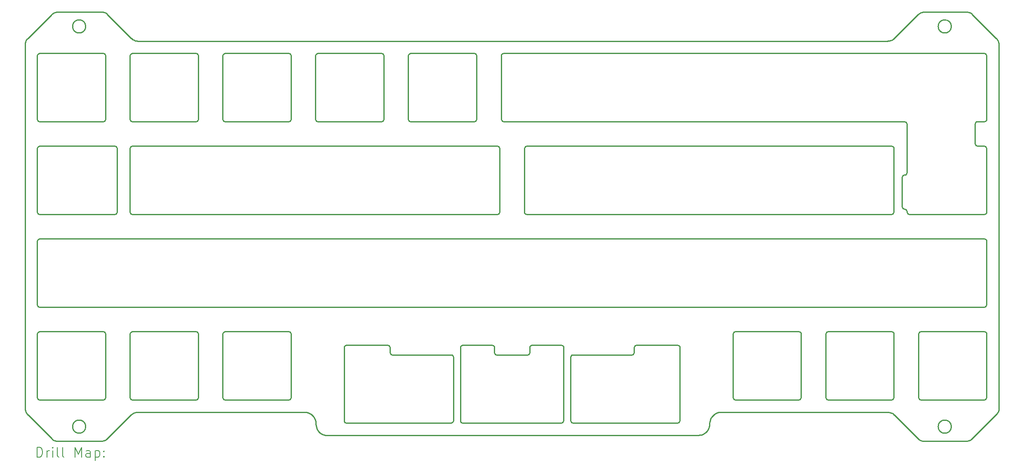
<source format=gbr>
%TF.GenerationSoftware,KiCad,Pcbnew,7.0.6*%
%TF.CreationDate,2023-09-25T15:03:39-04:00*%
%TF.ProjectId,ortho-dual-stagger-cutiepie-plate,6f727468-6f2d-4647-9561-6c2d73746167,rev?*%
%TF.SameCoordinates,PX3164967PY797ec76*%
%TF.FileFunction,Drillmap*%
%TF.FilePolarity,Positive*%
%FSLAX45Y45*%
G04 Gerber Fmt 4.5, Leading zero omitted, Abs format (unit mm)*
G04 Created by KiCad (PCBNEW 7.0.6) date 2023-09-25 15:03:39*
%MOMM*%
%LPD*%
G01*
G04 APERTURE LIST*
%ADD10C,0.250000*%
%ADD11C,0.200000*%
G04 APERTURE END LIST*
D10*
X9272559Y7917484D02*
X9272559Y6617484D01*
X17795039Y2252484D02*
X17820966Y2245245D01*
X17839004Y2226317D01*
X17845039Y2202484D01*
X9746367Y6012484D02*
X9746367Y4712484D01*
X682836Y0D02*
X1557150Y-9D01*
X1557150Y-9D02*
X1586684Y2182D01*
X1615317Y8635D01*
X1642607Y19166D01*
X1668111Y33592D01*
X1691386Y51729D01*
X1698572Y58568D01*
X19461106Y58382D02*
X19943957Y541223D01*
X5412520Y852484D02*
X4112519Y852484D01*
X18111914Y4720669D02*
X18111914Y4711969D01*
X252579Y6012484D02*
X259818Y6038411D01*
X278746Y6056449D01*
X302579Y6062484D01*
X19699979Y6567484D02*
X19725906Y6574722D01*
X19743945Y6593651D01*
X19749979Y6617484D01*
X9690089Y1775719D02*
X10312489Y1775719D01*
X2157559Y902484D02*
X2157559Y2202484D01*
X18477886Y8819974D02*
X18448352Y8817782D01*
X18419719Y8811329D01*
X18392429Y8800797D01*
X18366926Y8786371D01*
X18343651Y8768234D01*
X18336465Y8761395D01*
X14540039Y902484D02*
X14540039Y2202484D01*
X2205067Y4662484D02*
X2179140Y4669722D01*
X2161102Y4688651D01*
X2155067Y4712484D01*
X7317559Y6567484D02*
X6017559Y6567484D01*
X16495039Y2252484D02*
X17795039Y2252484D01*
X18111914Y6516969D02*
X18111914Y5520669D01*
X9746367Y4712484D02*
X9739128Y4686557D01*
X9720200Y4668519D01*
X9696367Y4662484D01*
X9829979Y6567484D02*
X18061914Y6567484D01*
X12508789Y1925719D02*
X12516028Y1951646D01*
X12534956Y1969684D01*
X12558789Y1975719D01*
X19749979Y4107476D02*
X19749979Y2807476D01*
X19319731Y8819974D02*
X18477886Y8819974D01*
X19025662Y8519972D02*
G75*
G03*
X19025662Y8519972I-135000J0D01*
G01*
X7493800Y1925719D02*
X7493800Y1826219D01*
X19025662Y299811D02*
G75*
G03*
X19025662Y299811I-135000J0D01*
G01*
X7543800Y1776219D02*
X8746300Y1776219D01*
X12558789Y1975719D02*
X13400089Y1975719D01*
X1652559Y902484D02*
X1645320Y876557D01*
X1626392Y858518D01*
X1602559Y852484D01*
X11062489Y426219D02*
X11055250Y400292D01*
X11036322Y382254D01*
X11012489Y376219D01*
X1652579Y7917484D02*
X1652579Y6617484D01*
X10303779Y4662476D02*
X10277852Y4669715D01*
X10259814Y4688643D01*
X10253779Y4712476D01*
X1890679Y6012484D02*
X1890679Y4712484D01*
X18336419Y58394D02*
X18358852Y39060D01*
X18383662Y23376D01*
X18410405Y11526D01*
X18438640Y3693D01*
X18467922Y60D01*
X18477840Y-186D01*
X252559Y2202484D02*
X259797Y2228411D01*
X278726Y2246449D01*
X302559Y2252484D01*
X8746300Y1776219D02*
X8772227Y1768980D01*
X8790265Y1750052D01*
X8796300Y1726219D01*
X18336465Y8761395D02*
X17853618Y8278548D01*
X17845039Y902484D02*
X17837800Y876557D01*
X17818872Y858518D01*
X17795039Y852484D01*
X17795039Y852484D02*
X16495039Y852484D01*
X1698618Y8761395D02*
X1676184Y8780729D01*
X1651375Y8796412D01*
X1624631Y8808262D01*
X1596397Y8816095D01*
X1567114Y8819728D01*
X1557197Y8819974D01*
X10312489Y1775719D02*
X10338416Y1782958D01*
X10356454Y1801886D01*
X10362489Y1825719D01*
X252579Y2807476D02*
X252579Y4107476D01*
X8940089Y1926219D02*
X8947328Y1952146D01*
X8966256Y1970184D01*
X8990089Y1976219D01*
X1602579Y6567484D02*
X302579Y6567484D01*
X4062519Y6617484D02*
X4062519Y7917484D01*
X5462520Y6617484D02*
X5455281Y6591557D01*
X5436352Y6573518D01*
X5412520Y6567484D01*
X18477840Y-186D02*
X19319685Y-195D01*
X2155067Y4712484D02*
X2155067Y6012484D01*
X4062519Y2202484D02*
X4069758Y2228411D01*
X4088686Y2246449D01*
X4112519Y2252484D01*
X9696367Y4662484D02*
X2205067Y4662484D01*
X4112519Y6567484D02*
X4086593Y6574722D01*
X4068554Y6593651D01*
X4062519Y6617484D01*
X3557559Y7917484D02*
X3557559Y6617484D01*
X19749979Y6012476D02*
X19742741Y6038403D01*
X19723812Y6056441D01*
X19699979Y6062476D01*
X1602579Y7967484D02*
X1628506Y7960245D01*
X1646544Y7941317D01*
X1652579Y7917484D01*
X7317559Y7967484D02*
X7343485Y7960245D01*
X7361524Y7941317D01*
X7367559Y7917484D01*
X12508789Y1826219D02*
X12508789Y1925719D01*
X8796300Y1726219D02*
X8796300Y426219D01*
X10303779Y6062476D02*
X17794979Y6062476D01*
X3507559Y2252484D02*
X3533485Y2245245D01*
X3551524Y2226317D01*
X3557559Y2202484D01*
X39Y4422096D02*
X0Y682850D01*
X9222559Y6567484D02*
X7922559Y6567484D01*
X8990089Y376219D02*
X8964162Y383458D01*
X8946124Y402386D01*
X8940089Y426219D01*
X5725316Y599969D02*
X5750877Y598678D01*
X5775700Y594890D01*
X5811274Y584799D01*
X5844481Y569795D01*
X5874895Y550303D01*
X5902093Y526746D01*
X5925650Y499548D01*
X5945142Y469134D01*
X5960146Y435927D01*
X5970237Y400353D01*
X5974025Y375530D01*
X5975316Y349969D01*
X19750000Y2202484D02*
X19750000Y902484D01*
X19561914Y6567476D02*
X19699979Y6567484D01*
X2155067Y6012484D02*
X2162305Y6038411D01*
X2181234Y6056449D01*
X2205067Y6062484D01*
X14590039Y852484D02*
X14564112Y859722D01*
X14546074Y878651D01*
X14540039Y902484D01*
X541415Y58580D02*
X563848Y39246D01*
X588658Y23562D01*
X615401Y11712D01*
X643635Y3879D01*
X672918Y246D01*
X682836Y0D01*
X1557197Y8819974D02*
X682882Y8819974D01*
X2207559Y7967484D02*
X3507559Y7967484D01*
X7872559Y6617484D02*
X7872559Y7917484D01*
X6602500Y1976219D02*
X7443800Y1976219D01*
X682882Y8819974D02*
X653348Y8817782D01*
X624715Y8811329D01*
X597425Y8800797D01*
X571922Y8786371D01*
X548647Y8768234D01*
X541460Y8761395D01*
X2157559Y7917484D02*
X2164797Y7943411D01*
X2183726Y7961449D01*
X2207559Y7967484D01*
X8746300Y376219D02*
X6602500Y376219D01*
X18111914Y5520669D02*
X18104675Y5494742D01*
X18085747Y5476704D01*
X18061914Y5470669D01*
X15890039Y852484D02*
X14590039Y852484D01*
X9590089Y1976219D02*
X9616016Y1968980D01*
X9634054Y1950052D01*
X9640089Y1926219D01*
X15940039Y902484D02*
X15932800Y876557D01*
X15913872Y858518D01*
X15890039Y852484D01*
X9640089Y1926219D02*
X9640089Y1825719D01*
X15940039Y2202484D02*
X15940039Y902484D01*
X13450089Y1926219D02*
X13450089Y426219D01*
X8990089Y1976219D02*
X9590089Y1976219D01*
X5462520Y7917484D02*
X5462520Y6617484D01*
X19750000Y902484D02*
X19742761Y876557D01*
X19723833Y858518D01*
X19700000Y852484D01*
X13400089Y1975719D02*
X13400089Y1976219D01*
X5975316Y349969D02*
X5977922Y315525D01*
X5985484Y282712D01*
X5997619Y251914D01*
X6013943Y223514D01*
X6034071Y197896D01*
X6057622Y175443D01*
X6084210Y156540D01*
X6113452Y141570D01*
X6144964Y130917D01*
X6178363Y124964D01*
X6201488Y123797D01*
X19943957Y541223D02*
X19963291Y563656D01*
X19978975Y588466D01*
X19990825Y615209D01*
X19998659Y643444D01*
X20002292Y672726D01*
X20002538Y682644D01*
X4112519Y852484D02*
X4086593Y859722D01*
X4068554Y878651D01*
X4062519Y902484D01*
X11062489Y1926219D02*
X11062489Y426219D01*
X16445039Y902484D02*
X16445039Y2202484D01*
X58618Y8278552D02*
X39284Y8256119D01*
X23600Y8231309D01*
X11750Y8204566D01*
X3917Y8176331D01*
X285Y8147048D01*
X39Y8137131D01*
X1602559Y852484D02*
X302559Y852484D01*
X6552500Y426219D02*
X6552500Y1926219D01*
X7493800Y1826219D02*
X7501038Y1800292D01*
X7519967Y1782254D01*
X7543800Y1776219D01*
X9779979Y6617484D02*
X9787218Y6591557D01*
X9806146Y6573518D01*
X9829979Y6567484D01*
X2320411Y599969D02*
X5725316Y599969D01*
X252579Y4712484D02*
X252579Y6012484D01*
X6602500Y376219D02*
X6576573Y383458D01*
X6558534Y402386D01*
X6552500Y426219D01*
X3507559Y7967484D02*
X3533485Y7960245D01*
X3551524Y7941317D01*
X3557559Y7917484D01*
X7443800Y1975719D02*
X7469727Y1968480D01*
X7487765Y1949552D01*
X7493800Y1925719D01*
X18350000Y902484D02*
X18350000Y2202484D01*
X18350000Y2202484D02*
X18357238Y2228411D01*
X18376167Y2246449D01*
X18400000Y2252484D01*
X17853618Y8278548D02*
X17831184Y8259214D01*
X17806375Y8243531D01*
X17779631Y8231681D01*
X17751397Y8223848D01*
X17722114Y8220215D01*
X17712196Y8219969D01*
X5462520Y2202484D02*
X5462520Y902484D01*
X18011914Y4820669D02*
X18019153Y4794742D01*
X18038081Y4776704D01*
X18061914Y4770669D01*
X19319685Y-195D02*
X19349218Y1996D01*
X19377852Y8449D01*
X19405141Y18980D01*
X19430645Y33406D01*
X19453920Y51543D01*
X19461106Y58382D01*
X2181421Y541407D02*
X2203482Y560463D01*
X2227856Y575990D01*
X2254124Y587808D01*
X2281864Y595742D01*
X2310653Y599612D01*
X2320411Y599969D01*
X18111914Y4711969D02*
X18119153Y4686042D01*
X18138081Y4668004D01*
X18161914Y4661969D01*
X20002577Y8137128D02*
X20000385Y8166662D01*
X19993932Y8195295D01*
X19983401Y8222584D01*
X19968974Y8248088D01*
X19950837Y8271363D01*
X19943998Y8278549D01*
X1602559Y2252484D02*
X1628485Y2245245D01*
X1646524Y2226317D01*
X1652559Y2202484D01*
X19461152Y8761395D02*
X19438718Y8780729D01*
X19413909Y8796412D01*
X19387165Y8808262D01*
X19358931Y8816095D01*
X19329648Y8819728D01*
X19319731Y8819974D01*
X19699979Y7967484D02*
X9829979Y7967484D01*
X2181461Y8278552D02*
X1698618Y8761395D01*
X18061914Y6566969D02*
X18087841Y6559730D01*
X18105879Y6540802D01*
X18111914Y6516969D01*
X3507559Y6567484D02*
X2207559Y6567484D01*
X6017559Y6567484D02*
X5991632Y6574722D01*
X5973593Y6593651D01*
X5967559Y6617484D01*
X2207559Y852484D02*
X2181632Y859722D01*
X2163593Y878651D01*
X2157559Y902484D01*
X1652559Y2202484D02*
X1652559Y902484D01*
X5412520Y6567484D02*
X4112519Y6567484D01*
X13400089Y376219D02*
X11256289Y376219D01*
X19749979Y4712476D02*
X19749979Y6012476D01*
X58577Y541428D02*
X541415Y58580D01*
X18400000Y2252484D02*
X19700000Y2252484D01*
X5462520Y902484D02*
X5455281Y876557D01*
X5436352Y858518D01*
X5412520Y852484D01*
X1246893Y299784D02*
G75*
G03*
X1246893Y299784I-135000J0D01*
G01*
X1890679Y4712484D02*
X1883441Y4686557D01*
X1864512Y4668519D01*
X1840679Y4662484D01*
X302579Y7967484D02*
X1602579Y7967484D01*
X19511914Y6517476D02*
X19519153Y6543403D01*
X19538081Y6561441D01*
X19561914Y6567476D01*
X9640089Y1825719D02*
X9647328Y1799792D01*
X9666256Y1781754D01*
X9690089Y1775719D01*
X7443800Y1976219D02*
X7443800Y1975719D01*
X17794979Y4662476D02*
X10303779Y4662476D01*
X17712017Y599964D02*
X17741551Y597772D01*
X17770185Y591319D01*
X17797474Y580787D01*
X17822978Y566361D01*
X17846253Y548223D01*
X17853439Y541384D01*
X19749979Y6617484D02*
X19749979Y7917484D01*
X11012489Y1976219D02*
X11038416Y1968980D01*
X11056454Y1950052D01*
X11062489Y1926219D01*
X18011914Y5420669D02*
X18011914Y4820669D01*
X20002538Y682644D02*
X20002577Y8137128D01*
X4112519Y2252484D02*
X5412520Y2252484D01*
X2207559Y2252484D02*
X3507559Y2252484D01*
X5967559Y7917484D02*
X5974797Y7943411D01*
X5993726Y7961449D01*
X6017559Y7967484D01*
X8796300Y426219D02*
X8789061Y400292D01*
X8770133Y382254D01*
X8746300Y376219D01*
X14540039Y2202484D02*
X14547278Y2228411D01*
X14566206Y2246449D01*
X14590039Y2252484D01*
X18161914Y4661969D02*
X19699979Y4662476D01*
X8940089Y426219D02*
X8940089Y1926219D01*
X10412489Y1976219D02*
X11012489Y1976219D01*
X1698572Y58568D02*
X2181421Y541407D01*
X252579Y6617484D02*
X252579Y7917484D01*
X2157559Y2202484D02*
X2164797Y2228411D01*
X2183726Y2246449D01*
X2207559Y2252484D01*
X16495039Y852484D02*
X16469112Y859722D01*
X16451074Y878651D01*
X16445039Y902484D01*
X541460Y8761395D02*
X58618Y8278552D01*
X4062519Y7917484D02*
X4069758Y7943411D01*
X4088686Y7961449D01*
X4112519Y7967484D01*
X5967559Y6617484D02*
X5967559Y7917484D01*
X19511914Y6112476D02*
X19511914Y6517476D01*
X19749979Y7917484D02*
X19742741Y7943411D01*
X19723812Y7961449D01*
X19699979Y7967484D01*
X14057111Y349969D02*
X14058402Y375530D01*
X14062190Y400353D01*
X14072281Y435928D01*
X14087285Y469134D01*
X14106777Y499548D01*
X14130335Y526746D01*
X14157532Y550303D01*
X14187946Y569796D01*
X14221153Y584799D01*
X14256728Y594890D01*
X14281550Y598678D01*
X14307111Y599969D01*
X12458789Y1776219D02*
X12484716Y1783458D01*
X12502754Y1802386D01*
X12508789Y1826219D01*
X17794979Y6062476D02*
X17820906Y6055237D01*
X17838945Y6036309D01*
X17844979Y6012476D01*
X252579Y7917484D02*
X259818Y7943411D01*
X278746Y7961449D01*
X302579Y7967484D01*
X10253779Y4712476D02*
X10253779Y6012476D01*
X1246893Y8519974D02*
G75*
G03*
X1246893Y8519974I-135000J0D01*
G01*
X302559Y852484D02*
X276632Y859722D01*
X258593Y878651D01*
X252559Y902484D01*
X6552500Y1926219D02*
X6559738Y1952146D01*
X6578667Y1970184D01*
X6602500Y1976219D01*
X6017559Y7967484D02*
X7317559Y7967484D01*
X11206289Y1726219D02*
X11213528Y1752146D01*
X11232456Y1770184D01*
X11256289Y1776219D01*
X39Y8137131D02*
X39Y4422096D01*
X17845039Y2202484D02*
X17845039Y902484D01*
X13400089Y1976219D02*
X13426016Y1968980D01*
X13444054Y1950052D01*
X13450089Y1926219D01*
X18400000Y852484D02*
X18374073Y859722D01*
X18356035Y878651D01*
X18350000Y902484D01*
X10253779Y6012476D02*
X10261018Y6038403D01*
X10279946Y6056441D01*
X10303779Y6062476D01*
X18061914Y4770669D02*
X18087841Y4763430D01*
X18105879Y4744502D01*
X18111914Y4720669D01*
X3557559Y6617484D02*
X3550320Y6591557D01*
X3531392Y6573518D01*
X3507559Y6567484D01*
X17853439Y541384D02*
X18336419Y58394D01*
X15890039Y2252484D02*
X15915966Y2245245D01*
X15934004Y2226317D01*
X15940039Y2202484D01*
X1840679Y6062484D02*
X1866606Y6055245D01*
X1884644Y6036317D01*
X1890679Y6012484D01*
X4112519Y7967484D02*
X5412520Y7967484D01*
X14590039Y2252484D02*
X15890039Y2252484D01*
X5412520Y2252484D02*
X5438446Y2245245D01*
X5456485Y2226317D01*
X5462520Y2202484D01*
X4062519Y902484D02*
X4062519Y2202484D01*
X19700000Y2252484D02*
X19725927Y2245245D01*
X19743965Y2226317D01*
X19750000Y2202484D01*
X17712196Y8219969D02*
X2322882Y8219974D01*
X3557559Y902484D02*
X3550320Y876557D01*
X3531392Y858518D01*
X3507559Y852484D01*
X7872559Y7917484D02*
X7879797Y7943411D01*
X7898726Y7961449D01*
X7922559Y7967484D01*
X9222559Y7967484D02*
X9248486Y7960245D01*
X9266524Y7941317D01*
X9272559Y7917484D01*
X7922559Y7967484D02*
X9222559Y7967484D01*
X302579Y6567484D02*
X276652Y6574722D01*
X258614Y6593651D01*
X252579Y6617484D01*
X252559Y902484D02*
X252559Y2202484D01*
X19699979Y4157476D02*
X19725906Y4150237D01*
X19743945Y4131309D01*
X19749979Y4107476D01*
X10362489Y1926219D02*
X10369728Y1952146D01*
X10388656Y1970184D01*
X10412489Y1976219D01*
X11012489Y376219D02*
X8990089Y376219D01*
X13830939Y123797D02*
X13865382Y126403D01*
X13898195Y133965D01*
X13928993Y146099D01*
X13957393Y162423D01*
X13983011Y182551D01*
X14005463Y206101D01*
X14024366Y232689D01*
X14039336Y261930D01*
X14049990Y293443D01*
X14055943Y326842D01*
X14057111Y349966D01*
X302579Y2757476D02*
X276652Y2764715D01*
X258614Y2783643D01*
X252579Y2807476D01*
X1840679Y4662484D02*
X302579Y4662484D01*
X252579Y4107476D02*
X259818Y4133403D01*
X278746Y4151441D01*
X302579Y4157476D01*
X9696367Y6062484D02*
X9722294Y6055245D01*
X9740332Y6036317D01*
X9746367Y6012484D01*
X3557559Y2202484D02*
X3557559Y902484D01*
X1652579Y6617484D02*
X1645341Y6591557D01*
X1626412Y6573518D01*
X1602579Y6567484D01*
X2322882Y8219974D02*
X2293348Y8222165D01*
X2264715Y8228619D01*
X2237425Y8239150D01*
X2211922Y8253576D01*
X2188647Y8271713D01*
X2181461Y8278552D01*
X7367559Y7917484D02*
X7367559Y6617484D01*
X17844979Y4712476D02*
X17837741Y4686549D01*
X17818812Y4668511D01*
X17794979Y4662476D01*
X18061914Y5470669D02*
X18035987Y5463430D01*
X18017949Y5444502D01*
X18011914Y5420669D01*
X17844979Y6012476D02*
X17844979Y4712476D01*
X14307111Y599969D02*
X17712017Y599964D01*
X19561914Y6062476D02*
X19535987Y6069715D01*
X19517949Y6088643D01*
X19511914Y6112476D01*
X14057111Y349966D02*
X14057111Y349969D01*
X19943998Y8278549D02*
X19461152Y8761395D01*
X9779979Y7917484D02*
X9779979Y6617484D01*
X7922559Y6567484D02*
X7896632Y6574722D01*
X7878593Y6593651D01*
X7872559Y6617484D01*
X6201488Y123797D02*
X13830939Y123797D01*
X11206289Y426219D02*
X11206289Y1726219D01*
X3507559Y852484D02*
X2207559Y852484D01*
X19699979Y4662476D02*
X19725906Y4669715D01*
X19743945Y4688643D01*
X19749979Y4712476D01*
X302579Y4157476D02*
X19699979Y4157476D01*
X9272559Y6617484D02*
X9265320Y6591557D01*
X9246392Y6573518D01*
X9222559Y6567484D01*
X9829979Y7967484D02*
X9804052Y7960245D01*
X9786014Y7941317D01*
X9779979Y7917484D01*
X302579Y4662484D02*
X276652Y4669722D01*
X258614Y4688651D01*
X252579Y4712484D01*
X2205067Y6062484D02*
X9696367Y6062484D01*
X13450089Y426219D02*
X13442850Y400292D01*
X13423922Y382254D01*
X13400089Y376219D01*
X19699979Y6062476D02*
X19561914Y6062476D01*
X2157559Y6617484D02*
X2157559Y7917484D01*
X2207559Y6567484D02*
X2181632Y6574722D01*
X2163594Y6593651D01*
X2157559Y6617484D01*
X5412520Y7967484D02*
X5438446Y7960245D01*
X5456485Y7941317D01*
X5462520Y7917484D01*
X7367559Y6617484D02*
X7360320Y6591557D01*
X7341392Y6573518D01*
X7317559Y6567484D01*
X19749979Y2807476D02*
X19742741Y2781549D01*
X19723812Y2763511D01*
X19699979Y2757476D01*
X16445039Y2202484D02*
X16452278Y2228411D01*
X16471206Y2246449D01*
X16495039Y2252484D01*
X302559Y2252484D02*
X1602559Y2252484D01*
X19699979Y2757476D02*
X302579Y2757476D01*
X302579Y6062484D02*
X1840679Y6062484D01*
X10362489Y1825719D02*
X10362489Y1926219D01*
X11256289Y1776219D02*
X12458789Y1776219D01*
X0Y682850D02*
X2192Y653316D01*
X8644Y624683D01*
X19175Y597393D01*
X33601Y571889D01*
X51738Y548615D01*
X58577Y541428D01*
X11256289Y376219D02*
X11230362Y383458D01*
X11212324Y402386D01*
X11206289Y426219D01*
X19700000Y852484D02*
X18400000Y852484D01*
D11*
X248276Y-324180D02*
X248276Y-124179D01*
X248276Y-124179D02*
X295895Y-124179D01*
X295895Y-124179D02*
X324467Y-133703D01*
X324467Y-133703D02*
X343514Y-152751D01*
X343514Y-152751D02*
X353038Y-171799D01*
X353038Y-171799D02*
X362562Y-209894D01*
X362562Y-209894D02*
X362562Y-238465D01*
X362562Y-238465D02*
X353038Y-276560D01*
X353038Y-276560D02*
X343514Y-295608D01*
X343514Y-295608D02*
X324467Y-314656D01*
X324467Y-314656D02*
X295895Y-324180D01*
X295895Y-324180D02*
X248276Y-324180D01*
X448276Y-324180D02*
X448276Y-190846D01*
X448276Y-228941D02*
X457800Y-209894D01*
X457800Y-209894D02*
X467324Y-200370D01*
X467324Y-200370D02*
X486371Y-190846D01*
X486371Y-190846D02*
X505419Y-190846D01*
X572086Y-324180D02*
X572086Y-190846D01*
X572086Y-124179D02*
X562562Y-133703D01*
X562562Y-133703D02*
X572086Y-143227D01*
X572086Y-143227D02*
X581610Y-133703D01*
X581610Y-133703D02*
X572086Y-124179D01*
X572086Y-124179D02*
X572086Y-143227D01*
X695895Y-324180D02*
X676848Y-314656D01*
X676848Y-314656D02*
X667324Y-295608D01*
X667324Y-295608D02*
X667324Y-124179D01*
X800657Y-324180D02*
X781610Y-314656D01*
X781610Y-314656D02*
X772086Y-295608D01*
X772086Y-295608D02*
X772086Y-124179D01*
X1029229Y-324180D02*
X1029229Y-124179D01*
X1029229Y-124179D02*
X1095895Y-267037D01*
X1095895Y-267037D02*
X1162562Y-124179D01*
X1162562Y-124179D02*
X1162562Y-324180D01*
X1343514Y-324180D02*
X1343514Y-219418D01*
X1343514Y-219418D02*
X1333991Y-200370D01*
X1333991Y-200370D02*
X1314943Y-190846D01*
X1314943Y-190846D02*
X1276848Y-190846D01*
X1276848Y-190846D02*
X1257800Y-200370D01*
X1343514Y-314656D02*
X1324467Y-324180D01*
X1324467Y-324180D02*
X1276848Y-324180D01*
X1276848Y-324180D02*
X1257800Y-314656D01*
X1257800Y-314656D02*
X1248276Y-295608D01*
X1248276Y-295608D02*
X1248276Y-276560D01*
X1248276Y-276560D02*
X1257800Y-257513D01*
X1257800Y-257513D02*
X1276848Y-247989D01*
X1276848Y-247989D02*
X1324467Y-247989D01*
X1324467Y-247989D02*
X1343514Y-238465D01*
X1438752Y-190846D02*
X1438752Y-390846D01*
X1438752Y-200370D02*
X1457800Y-190846D01*
X1457800Y-190846D02*
X1495895Y-190846D01*
X1495895Y-190846D02*
X1514943Y-200370D01*
X1514943Y-200370D02*
X1524467Y-209894D01*
X1524467Y-209894D02*
X1533991Y-228941D01*
X1533991Y-228941D02*
X1533991Y-286084D01*
X1533991Y-286084D02*
X1524467Y-305132D01*
X1524467Y-305132D02*
X1514943Y-314656D01*
X1514943Y-314656D02*
X1495895Y-324180D01*
X1495895Y-324180D02*
X1457800Y-324180D01*
X1457800Y-324180D02*
X1438752Y-314656D01*
X1619705Y-305132D02*
X1629229Y-314656D01*
X1629229Y-314656D02*
X1619705Y-324180D01*
X1619705Y-324180D02*
X1610181Y-314656D01*
X1610181Y-314656D02*
X1619705Y-305132D01*
X1619705Y-305132D02*
X1619705Y-324180D01*
X1619705Y-200370D02*
X1629229Y-209894D01*
X1629229Y-209894D02*
X1619705Y-219418D01*
X1619705Y-219418D02*
X1610181Y-209894D01*
X1610181Y-209894D02*
X1619705Y-200370D01*
X1619705Y-200370D02*
X1619705Y-219418D01*
M02*

</source>
